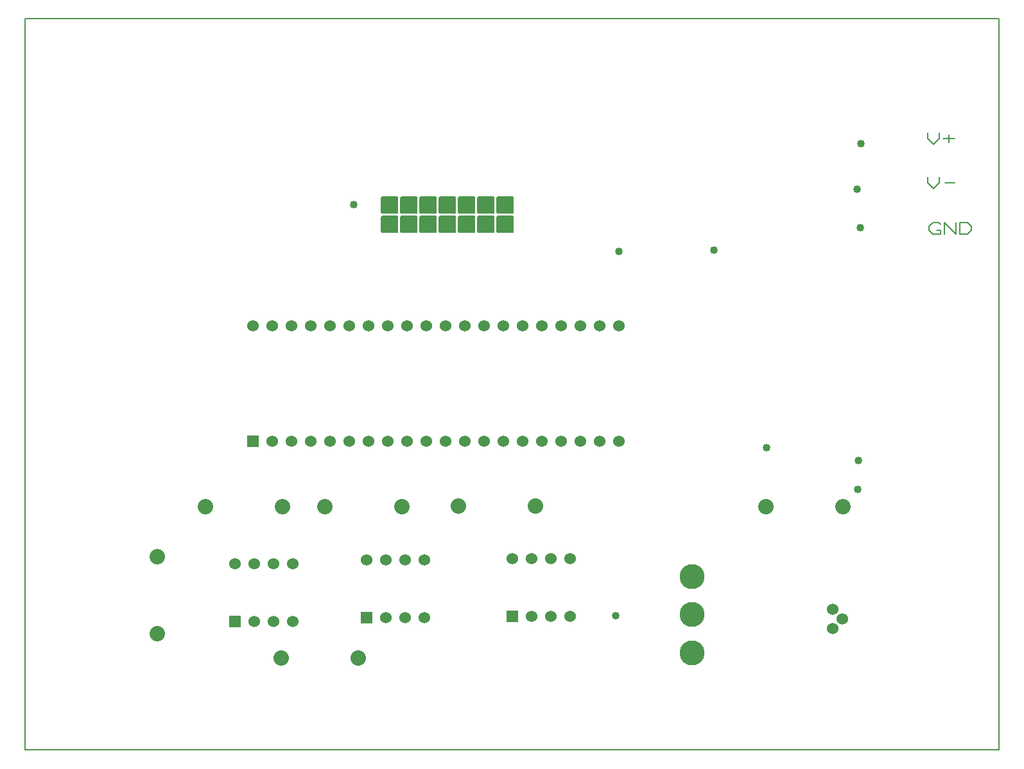
<source format=gbr>
G04 PROTEUS GERBER X2 FILE*
%TF.GenerationSoftware,Labcenter,Proteus,8.8-SP1-Build27031*%
%TF.CreationDate,2019-05-18T07:00:24+00:00*%
%TF.FileFunction,Soldermask,Bot*%
%TF.FilePolarity,Negative*%
%TF.Part,Single*%
%TF.SameCoordinates,{a8659aba-65a4-4c0a-9c60-288927405768}*%
%FSLAX45Y45*%
%MOMM*%
G01*
%TA.AperFunction,Material*%
%ADD71C,1.016000*%
%AMPPAD013*
4,1,36,
-0.635000,0.762000,
0.635000,0.762000,
0.660970,0.759470,
0.684980,0.752200,
0.706580,0.740650,
0.725290,0.725290,
0.740650,0.706570,
0.752200,0.684980,
0.759470,0.660970,
0.762000,0.635000,
0.762000,-0.635000,
0.759470,-0.660970,
0.752200,-0.684980,
0.740650,-0.706570,
0.725290,-0.725290,
0.706580,-0.740650,
0.684980,-0.752200,
0.660970,-0.759470,
0.635000,-0.762000,
-0.635000,-0.762000,
-0.660970,-0.759470,
-0.684980,-0.752200,
-0.706580,-0.740650,
-0.725290,-0.725290,
-0.740650,-0.706570,
-0.752200,-0.684980,
-0.759470,-0.660970,
-0.762000,-0.635000,
-0.762000,0.635000,
-0.759470,0.660970,
-0.752200,0.684980,
-0.740650,0.706570,
-0.725290,0.725290,
-0.706580,0.740650,
-0.684980,0.752200,
-0.660970,0.759470,
-0.635000,0.762000,
0*%
%TA.AperFunction,Material*%
%ADD21PPAD013*%
%ADD22C,1.524000*%
%AMPPAD015*
4,1,36,
-1.016000,1.143000,
1.016000,1.143000,
1.041970,1.140470,
1.065980,1.133200,
1.087580,1.121650,
1.106290,1.106290,
1.121650,1.087570,
1.133200,1.065980,
1.140470,1.041970,
1.143000,1.016000,
1.143000,-1.016000,
1.140470,-1.041970,
1.133200,-1.065980,
1.121650,-1.087570,
1.106290,-1.106290,
1.087580,-1.121650,
1.065980,-1.133200,
1.041970,-1.140470,
1.016000,-1.143000,
-1.016000,-1.143000,
-1.041970,-1.140470,
-1.065980,-1.133200,
-1.087580,-1.121650,
-1.106290,-1.106290,
-1.121650,-1.087570,
-1.133200,-1.065980,
-1.140470,-1.041970,
-1.143000,-1.016000,
-1.143000,1.016000,
-1.140470,1.041970,
-1.133200,1.065980,
-1.121650,1.087570,
-1.106290,1.106290,
-1.087580,1.121650,
-1.065980,1.133200,
-1.041970,1.140470,
-1.016000,1.143000,
0*%
%TA.AperFunction,Material*%
%ADD23PPAD015*%
%TA.AperFunction,Material*%
%ADD24C,3.302000*%
%TA.AperFunction,Material*%
%ADD25C,2.032000*%
%TA.AperFunction,Profile*%
%ADD19C,0.203200*%
%TD.AperFunction*%
D71*
X-1250352Y-1193640D03*
X+3500090Y-1796488D03*
X+2246166Y-1812564D03*
X+5397500Y-4953000D03*
X+5406877Y-4569588D03*
X+2205976Y-6619272D03*
X+4200000Y-4400000D03*
X+5389014Y-984652D03*
X+5431884Y-1495064D03*
X+5440000Y-390000D03*
D21*
X-2576000Y-4313000D03*
D22*
X-2322000Y-4313000D03*
X-2068000Y-4313000D03*
X-1814000Y-4313000D03*
X-1560000Y-4313000D03*
X-1306000Y-4313000D03*
X-1052000Y-4313000D03*
X-798000Y-4313000D03*
X-544000Y-4313000D03*
X-290000Y-4313000D03*
X-36000Y-4313000D03*
X+218000Y-4313000D03*
X+472000Y-4313000D03*
X+726000Y-4313000D03*
X+980000Y-4313000D03*
X+1234000Y-4313000D03*
X+1488000Y-4313000D03*
X+1742000Y-4313000D03*
X+1996000Y-4313000D03*
X+2250000Y-4313000D03*
X+2250000Y-2789000D03*
X+1996000Y-2789000D03*
X+1742000Y-2789000D03*
X+1488000Y-2789000D03*
X+1234000Y-2789000D03*
X+980000Y-2789000D03*
X+726000Y-2789000D03*
X+472000Y-2789000D03*
X+218000Y-2789000D03*
X-36000Y-2789000D03*
X-290000Y-2789000D03*
X-544000Y-2789000D03*
X-798000Y-2789000D03*
X-1052000Y-2789000D03*
X-1306000Y-2789000D03*
X-1560000Y-2789000D03*
X-1814000Y-2789000D03*
X-2068000Y-2789000D03*
X-2322000Y-2789000D03*
X-2576000Y-2789000D03*
D23*
X-771000Y-1455000D03*
X-517000Y-1455000D03*
X-263000Y-1455000D03*
X-9000Y-1455000D03*
X+245000Y-1455000D03*
X+499000Y-1455000D03*
X+753000Y-1455000D03*
X+753000Y-1201000D03*
X+499000Y-1201000D03*
X+245000Y-1201000D03*
X-9000Y-1201000D03*
X-263000Y-1201000D03*
X-517000Y-1201000D03*
X-771000Y-1201000D03*
D24*
X+3218000Y-6105000D03*
X+3218000Y-6605380D03*
X+3218000Y-7105760D03*
D21*
X+841000Y-6623000D03*
D22*
X+1095000Y-6623000D03*
X+1349000Y-6623000D03*
X+1603000Y-6623000D03*
X+1603000Y-5861000D03*
X+1349000Y-5861000D03*
X+1095000Y-5861000D03*
X+841000Y-5861000D03*
D21*
X-1079000Y-6642000D03*
D22*
X-825000Y-6642000D03*
X-571000Y-6642000D03*
X-317000Y-6642000D03*
X-317000Y-5880000D03*
X-571000Y-5880000D03*
X-825000Y-5880000D03*
X-1079000Y-5880000D03*
D21*
X-2809000Y-6696000D03*
D22*
X-2555000Y-6696000D03*
X-2301000Y-6696000D03*
X-2047000Y-6696000D03*
X-2047000Y-5934000D03*
X-2301000Y-5934000D03*
X-2555000Y-5934000D03*
X-2809000Y-5934000D03*
X+5071000Y-6788000D03*
X+5198000Y-6661000D03*
X+5071000Y-6534000D03*
D25*
X+4188000Y-5183000D03*
X+5204000Y-5183000D03*
X+1147000Y-5172000D03*
X+131000Y-5172000D03*
X-1629000Y-5180000D03*
X-613000Y-5180000D03*
X-1191000Y-7180000D03*
X-2207000Y-7180000D03*
X-3204000Y-5178000D03*
X-2188000Y-5178000D03*
X-3838000Y-5840000D03*
X-3838000Y-6856000D03*
D19*
X-5580000Y-8390000D02*
X+7260000Y-8390000D01*
X+7260000Y+1260000D01*
X-5580000Y+1260000D01*
X-5580000Y-8390000D01*
X+6320000Y-240800D02*
X+6320000Y-317000D01*
X+6396200Y-393200D01*
X+6472400Y-317000D01*
X+6472400Y-240800D01*
X+6523200Y-317000D02*
X+6675600Y-317000D01*
X+6599400Y-266200D02*
X+6599400Y-367800D01*
X+6320000Y-830800D02*
X+6320000Y-907000D01*
X+6396200Y-983200D01*
X+6472400Y-907000D01*
X+6472400Y-830800D01*
X+6548600Y-907000D02*
X+6675600Y-907000D01*
X+6441600Y-1532400D02*
X+6492400Y-1532400D01*
X+6492400Y-1583200D01*
X+6390800Y-1583200D01*
X+6340000Y-1532400D01*
X+6340000Y-1481600D01*
X+6390800Y-1430800D01*
X+6467000Y-1430800D01*
X+6492400Y-1456200D01*
X+6543200Y-1583200D02*
X+6543200Y-1430800D01*
X+6695600Y-1583200D01*
X+6695600Y-1430800D01*
X+6746400Y-1583200D02*
X+6746400Y-1430800D01*
X+6848000Y-1430800D01*
X+6898800Y-1481600D01*
X+6898800Y-1532400D01*
X+6848000Y-1583200D01*
X+6746400Y-1583200D01*
M02*

</source>
